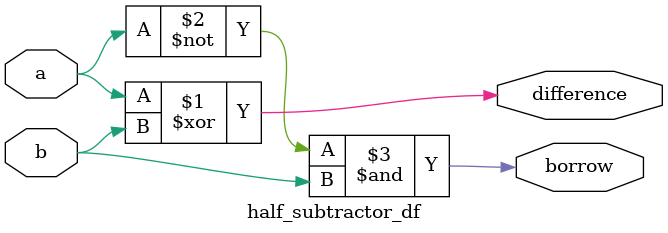
<source format=v>
module half_subtractor_df (
    input a,
    input b,
    output difference,
    output borrow
);
    assign difference = a ^ b;
    assign borrow = ~a & b;

endmodule
</source>
